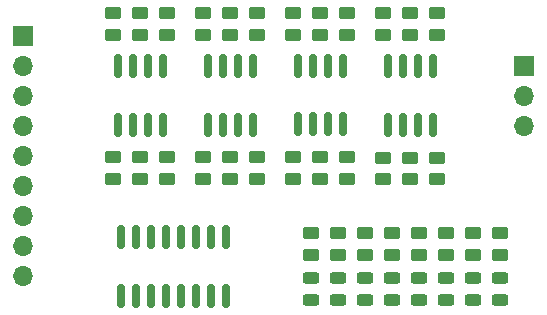
<source format=gbr>
%TF.GenerationSoftware,KiCad,Pcbnew,(6.0.0-0)*%
%TF.CreationDate,2022-03-20T10:52:17-04:00*%
%TF.ProjectId,ADC-smal,4144432d-736d-4616-9c2e-6b696361645f,rev?*%
%TF.SameCoordinates,Original*%
%TF.FileFunction,Soldermask,Top*%
%TF.FilePolarity,Negative*%
%FSLAX46Y46*%
G04 Gerber Fmt 4.6, Leading zero omitted, Abs format (unit mm)*
G04 Created by KiCad (PCBNEW (6.0.0-0)) date 2022-03-20 10:52:17*
%MOMM*%
%LPD*%
G01*
G04 APERTURE LIST*
G04 Aperture macros list*
%AMRoundRect*
0 Rectangle with rounded corners*
0 $1 Rounding radius*
0 $2 $3 $4 $5 $6 $7 $8 $9 X,Y pos of 4 corners*
0 Add a 4 corners polygon primitive as box body*
4,1,4,$2,$3,$4,$5,$6,$7,$8,$9,$2,$3,0*
0 Add four circle primitives for the rounded corners*
1,1,$1+$1,$2,$3*
1,1,$1+$1,$4,$5*
1,1,$1+$1,$6,$7*
1,1,$1+$1,$8,$9*
0 Add four rect primitives between the rounded corners*
20,1,$1+$1,$2,$3,$4,$5,0*
20,1,$1+$1,$4,$5,$6,$7,0*
20,1,$1+$1,$6,$7,$8,$9,0*
20,1,$1+$1,$8,$9,$2,$3,0*%
G04 Aperture macros list end*
%ADD10R,1.700000X1.700000*%
%ADD11O,1.700000X1.700000*%
%ADD12RoundRect,0.243750X-0.456250X0.243750X-0.456250X-0.243750X0.456250X-0.243750X0.456250X0.243750X0*%
%ADD13RoundRect,0.250000X0.450000X-0.262500X0.450000X0.262500X-0.450000X0.262500X-0.450000X-0.262500X0*%
%ADD14RoundRect,0.250000X-0.450000X0.262500X-0.450000X-0.262500X0.450000X-0.262500X0.450000X0.262500X0*%
%ADD15RoundRect,0.150000X0.150000X-0.825000X0.150000X0.825000X-0.150000X0.825000X-0.150000X-0.825000X0*%
G04 APERTURE END LIST*
D10*
%TO.C,J2*%
X106172000Y-52334000D03*
D11*
X106172000Y-54874000D03*
X106172000Y-57414000D03*
X106172000Y-59954000D03*
X106172000Y-62494000D03*
X106172000Y-65034000D03*
X106172000Y-67574000D03*
X106172000Y-70114000D03*
X106172000Y-72654000D03*
%TD*%
D12*
%TO.C,D8*%
X146558000Y-72826000D03*
X146558000Y-74701000D03*
%TD*%
%TO.C,D4*%
X137414000Y-72826000D03*
X137414000Y-74701000D03*
%TD*%
%TO.C,D6*%
X141986000Y-72826000D03*
X141986000Y-74701000D03*
%TD*%
D13*
%TO.C,R10*%
X137414000Y-70866000D03*
X137414000Y-69041000D03*
%TD*%
D12*
%TO.C,D7*%
X144272000Y-72826000D03*
X144272000Y-74701000D03*
%TD*%
D14*
%TO.C,R28*%
X141224000Y-50395500D03*
X141224000Y-52220500D03*
%TD*%
D13*
%TO.C,R32*%
X136652000Y-52220500D03*
X136652000Y-50395500D03*
%TD*%
D14*
%TO.C,R15*%
X125984000Y-62587500D03*
X125984000Y-64412500D03*
%TD*%
D13*
%TO.C,R13*%
X144272000Y-70866000D03*
X144272000Y-69041000D03*
%TD*%
D14*
%TO.C,R16*%
X125984000Y-50395500D03*
X125984000Y-52220500D03*
%TD*%
D13*
%TO.C,R20*%
X121412000Y-52220500D03*
X121412000Y-50395500D03*
%TD*%
D14*
%TO.C,R21*%
X133604000Y-62587500D03*
X133604000Y-64412500D03*
%TD*%
%TO.C,R27*%
X141224000Y-62652500D03*
X141224000Y-64477500D03*
%TD*%
D13*
%TO.C,R9*%
X135128000Y-70866000D03*
X135128000Y-69041000D03*
%TD*%
%TO.C,R17*%
X123698000Y-64412500D03*
X123698000Y-62587500D03*
%TD*%
%TO.C,R8*%
X132842000Y-70866000D03*
X132842000Y-69041000D03*
%TD*%
%TO.C,R3*%
X116078000Y-64412500D03*
X116078000Y-62587500D03*
%TD*%
D12*
%TO.C,D3*%
X135128000Y-72826000D03*
X135128000Y-74701000D03*
%TD*%
D14*
%TO.C,R2*%
X118364000Y-50395500D03*
X118364000Y-52220500D03*
%TD*%
D15*
%TO.C,U3*%
X129413000Y-59814000D03*
X130683000Y-59814000D03*
X131953000Y-59814000D03*
X133223000Y-59814000D03*
X133223000Y-54864000D03*
X131953000Y-54864000D03*
X130683000Y-54864000D03*
X129413000Y-54864000D03*
%TD*%
D14*
%TO.C,R25*%
X129032000Y-62587500D03*
X129032000Y-64412500D03*
%TD*%
D13*
%TO.C,R24*%
X131318000Y-52220500D03*
X131318000Y-50395500D03*
%TD*%
D14*
%TO.C,R31*%
X136652000Y-62652500D03*
X136652000Y-64477500D03*
%TD*%
%TO.C,R22*%
X133604000Y-50395500D03*
X133604000Y-52220500D03*
%TD*%
D15*
%TO.C,U4*%
X137033000Y-59879000D03*
X138303000Y-59879000D03*
X139573000Y-59879000D03*
X140843000Y-59879000D03*
X140843000Y-54929000D03*
X139573000Y-54929000D03*
X138303000Y-54929000D03*
X137033000Y-54929000D03*
%TD*%
%TO.C,U1*%
X114173000Y-59879000D03*
X115443000Y-59879000D03*
X116713000Y-59879000D03*
X117983000Y-59879000D03*
X117983000Y-54929000D03*
X116713000Y-54929000D03*
X115443000Y-54929000D03*
X114173000Y-54929000D03*
%TD*%
D12*
%TO.C,D1*%
X130556000Y-72826000D03*
X130556000Y-74701000D03*
%TD*%
D13*
%TO.C,R14*%
X146558000Y-70866000D03*
X146558000Y-69041000D03*
%TD*%
%TO.C,R18*%
X123698000Y-52220500D03*
X123698000Y-50395500D03*
%TD*%
D14*
%TO.C,R19*%
X121412000Y-62587500D03*
X121412000Y-64412500D03*
%TD*%
D13*
%TO.C,R11*%
X139700000Y-70866000D03*
X139700000Y-69041000D03*
%TD*%
D12*
%TO.C,D2*%
X132842000Y-72826000D03*
X132842000Y-74701000D03*
%TD*%
%TO.C,D5*%
X139700000Y-72826000D03*
X139700000Y-74701000D03*
%TD*%
D13*
%TO.C,R26*%
X129032000Y-52220500D03*
X129032000Y-50395500D03*
%TD*%
%TO.C,R7*%
X113792000Y-52220500D03*
X113792000Y-50395500D03*
%TD*%
D14*
%TO.C,R6*%
X113792000Y-62587500D03*
X113792000Y-64412500D03*
%TD*%
D13*
%TO.C,R12*%
X141986000Y-70866000D03*
X141986000Y-69041000D03*
%TD*%
D14*
%TO.C,R1*%
X118364000Y-62587500D03*
X118364000Y-64412500D03*
%TD*%
D15*
%TO.C,U5*%
X114427000Y-74357000D03*
X115697000Y-74357000D03*
X116967000Y-74357000D03*
X118237000Y-74357000D03*
X119507000Y-74357000D03*
X120777000Y-74357000D03*
X122047000Y-74357000D03*
X123317000Y-74357000D03*
X123317000Y-69407000D03*
X122047000Y-69407000D03*
X120777000Y-69407000D03*
X119507000Y-69407000D03*
X118237000Y-69407000D03*
X116967000Y-69407000D03*
X115697000Y-69407000D03*
X114427000Y-69407000D03*
%TD*%
D13*
%TO.C,R5*%
X130556000Y-70866000D03*
X130556000Y-69041000D03*
%TD*%
%TO.C,R30*%
X138938000Y-52220500D03*
X138938000Y-50395500D03*
%TD*%
D15*
%TO.C,U2*%
X121793000Y-59879000D03*
X123063000Y-59879000D03*
X124333000Y-59879000D03*
X125603000Y-59879000D03*
X125603000Y-54929000D03*
X124333000Y-54929000D03*
X123063000Y-54929000D03*
X121793000Y-54929000D03*
%TD*%
D13*
%TO.C,R23*%
X131318000Y-64412500D03*
X131318000Y-62587500D03*
%TD*%
%TO.C,R4*%
X116078000Y-52220500D03*
X116078000Y-50395500D03*
%TD*%
%TO.C,R29*%
X138938000Y-64477500D03*
X138938000Y-62652500D03*
%TD*%
D10*
%TO.C,J1*%
X148590000Y-54879000D03*
D11*
X148590000Y-57419000D03*
X148590000Y-59959000D03*
%TD*%
M02*

</source>
